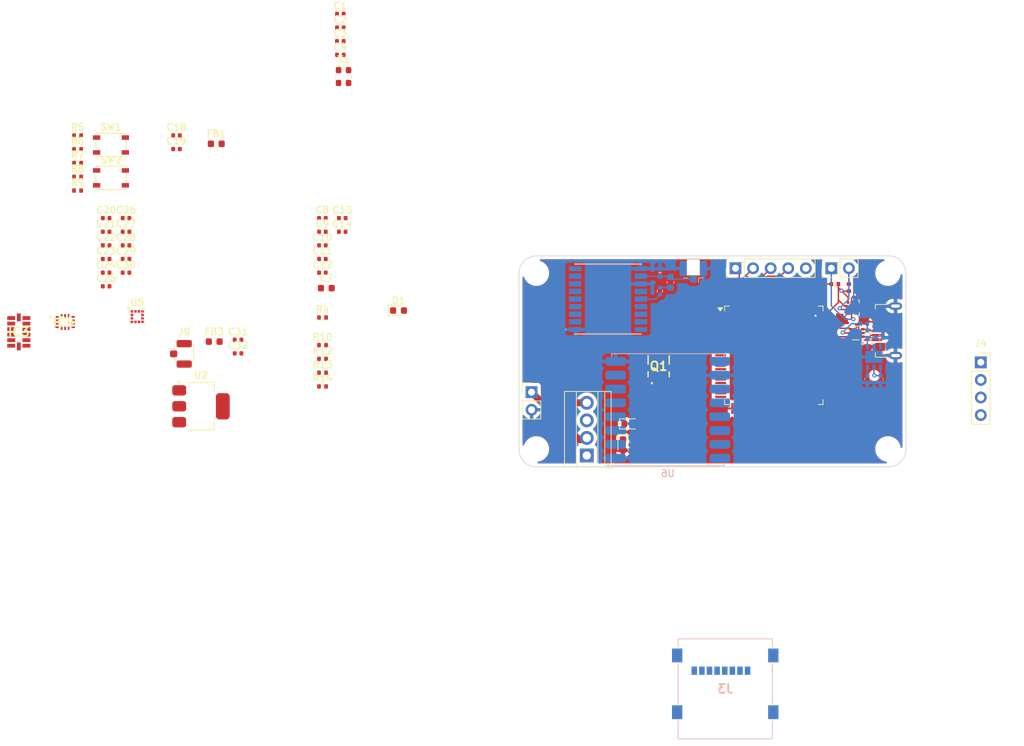
<source format=kicad_pcb>
(kicad_pcb (version 20240108) (generator "pcbnew") (generator_version "8.0")
  (layers (0 "F.Cu" signal) (1 "In1.Cu" signal "In1.PWR") (2 "In2.Cu" signal "In2.GND") (31 "B.Cu" signal) (34 "B.Paste" user) (35 "F.Paste" user) (36 "B.SilkS" user "B.Silkscreen") (37 "F.SilkS" user "F.Silkscreen") (38 "B.Mask" user) (39 "F.Mask" user) (44 "Edge.Cuts" user))
  (net 0 "")
  (net 1 "Net-(C1-Pad1)")
  (net 2 "GND")
  (net 3 "Net-(U1-VDDA)")
  (net 4 "C1_P")
  (net 5 "C1_M")
  (net 6 "C2_M")
  (net 7 "+5V")
  (net 8 "+3.3V")
  (net 9 "Net-(IC1-EN)")
  (net 10 "RST")
  (net 11 "Net-(IC3-VS)")
  (net 12 "Net-(C23-Pad1)")
  (net 13 "Net-(U5-C1)")
  (net 14 "Net-(D1-A)")
  (net 15 "VBUS")
  (net 16 "Net-(IC2-RF_IN)")
  (net 18 "GPS_RST")
  (net 20 "I2C1_SDA")
  (net 21 "I2C1_SCL")
  (net 29 "Net-(IC2-VCC_RF)")
  (net 41 "SERVO_4_PWM")
  (net 42 "SERVO_1_PWM")
  (net 43 "SERVO_2_PWM")
  (net 44 "SERVO_3_PWM")
  (net 45 "SERVO_5_PWM")
  (net 46 "SD_CS")
  (net 49 "SPI1_MOSI")
  (net 52 "SPI1_SCK")
  (net 54 "SPI1_MISO")
  (net 56 "Net-(J4-Pin_2)")
  (net 57 "Net-(J4-Pin_3)")
  (net 58 "Net-(J8-D-)")
  (net 59 "Net-(J8-D+)")
  (net 61 "BOOT0")
  (net 62 "SWDIO")
  (net 63 "SWCLK")
  (net 100 "TELEM_CS")
  (net 102 "USB_DM")
  (net 112 "USB_DP")
  (net 138 "Net-(C32-Pad1)")
  (net 139 "Net-(J9-In)")
  (net 152 "Net-(Q1-G2)")
  (net 154 "Net-(Q1-G1)")
  (net 157 "C1_GATE")
  (net 158 "C2_GATE")
  (net 162 "HSE_BYPASS")
  (footprint "Connector_PinHeader_2.54mm:PinHeader_1x02_P2.54mm_Vertical" (layer "F.Cu") (at 99.314 92.197)
    (property "Reference" "J1" (hide yes))
    (property "Value" "Conn_01x02_Pin" (hide yes))
  )
  (footprint "Connector_PinHeader_2.54mm:PinHeader_1x02_P2.54mm_Vertical" (layer "F.Cu") (at 142.616 74.295 90)
    (property "Reference" "J5" (hide yes))
    (property "Value" "Conn_01x02_Pin" (hide yes))
  )
  (footprint "Resistor_SMD:R_0402_1005Metric" (layer "F.Cu") (at 69.1185 81.41)
    (property "Reference" "R4")
    (property "Value" "220")
  )
  (footprint "Resistor_SMD:R_0402_1005Metric" (layer "F.Cu") (at 33.7285 61.08)
    (property "Reference" "R8")
    (property "Value" "100")
  )
  (footprint "Capacitor_SMD:C_0402_1005Metric" (layer "F.Cu") (at 37.8585 72.96)
    (property "Reference" "C23")
    (property "Value" "10nF")
  )
  (footprint "Package_LGA:ST_HLGA-10_2x2mm_P0.5mm_LayoutBorder3x2y" (layer "F.Cu") (at 145.542 80.01)
    (property "Reference" "U4" (hide yes))
    (property "Value" "LPS22HH" (hide yes))
  )
  (footprint "Capacitor_SMD:C_0402_1005Metric" (layer "F.Cu") (at 56.9085 86.59)
    (property "Reference" "C32")
    (property "Value" "10nF")
  )
  (footprint "Capacitor_SMD:C_0402_1005Metric" (layer "F.Cu") (at 48.0185 55.1)
    (property "Reference" "C18")
    (property "Value" "100nF")
  )
  (footprint "Capacitor_SMD:C_0402_1005Metric" (layer "F.Cu") (at 56.9085 84.62)
    (property "Reference" "C31")
    (property "Value" "10uF")
  )
  (footprint "Capacitor_SMD:C_0402_1005Metric" (layer "F.Cu") (at 40.7285 69.02)
    (property "Reference" "C27")
    (property "Value" "10uF")
  )
  (footprint "Package_TO_SOT_SMD:SOT-223-3_TabPin2" (layer "F.Cu") (at 51.562 94.234)
    (property "Reference" "U2")
    (property "Value" "LD1117S50TR_SOT223")
  )
  (footprint "Resistor_SMD:R_0402_1005Metric" (layer "F.Cu") (at 69.1185 89.38)
    (property "Reference" "R13")
    (property "Value" "10k")
  )
  (footprint "Capacitor_SMD:C_0402_1005Metric" (layer "F.Cu") (at 71.6885 41.49)
    (property "Reference" "C3")
    (property "Value" "1uF")
  )
  (footprint "Capacitor_SMD:C_0402_1005Metric" (layer "F.Cu") (at 37.8585 74.93)
    (property "Reference" "C24")
    (property "Value" "100nF")
  )
  (footprint "Capacitor_SMD:C_0402_1005Metric" (layer "F.Cu") (at 37.8585 67.05)
    (property "Reference" "C20")
    (property "Value" "100nF")
  )
  (footprint "Diode_SMD:D_0603_1608Metric" (layer "F.Cu") (at 112.522 99.7965 -90)
    (property "Reference" "D4" (hide yes))
    (property "Value" "D_Schottky" (hide yes))
  )
  (footprint "Capacitor_SMD:C_0402_1005Metric" (layer "F.Cu") (at 71.6885 43.46)
    (property "Reference" "C4")
    (property "Value" "100nF")
  )
  (footprint "VanguardLib:LSM6DS3USTR" (layer "F.Cu") (at 31.9315 82.065)
    (property "Reference" "IC4")
    (property "Value" "ASM330LHHTR" (hide yes))
  )
  (footprint "MountingHole:MountingHole_3.2mm_M3" (layer "F.Cu") (at 100 75)
    (property "Reference" "H1" (hide yes))
    (property "Value" "GND_1" (hide yes))
  )
  (footprint "Capacitor_SMD:C_0402_1005Metric" (layer "F.Cu") (at 69.0985 69.02)
    (property "Reference" "C9")
    (property "Value" "4.7uF")
  )
  (footprint "Capacitor_SMD:C_0402_1005Metric" (layer "F.Cu") (at 48.0185 57.07)
    (property "Reference" "C19")
    (property "Value" "100nF")
  )
  (footprint "Button_Switch_SMD:SW_SPST_PTS810" (layer "F.Cu") (at 38.5585 61.24)
    (property "Reference" "SW2")
    (property "Value" "SW_Push")
  )
  (footprint "Resistor_SMD:R_0402_1005Metric" (layer "F.Cu") (at 33.7285 55.11)
    (property "Reference" "R5")
    (property "Value" "10k")
  )
  (footprint "Diode_SMD:D_0603_1608Metric" (layer "F.Cu") (at 113.5125 96.774)
    (property "Reference" "D5" (hide yes))
    (property "Value" "D_Schottky" (hide yes))
  )
  (footprint "Capacitor_SMD:C_0402_1005Metric" (layer "F.Cu") (at 40.7285 67.05)
    (property "Reference" "C26")
    (property "Value" "10uF")
  )
  (footprint "Button_Switch_SMD:SW_SPST_PTS810" (layer "F.Cu") (at 38.5585 56.49)
    (property "Reference" "SW1")
    (property "Value" "SW_Push")
  )
  (footprint "Capacitor_SMD:C_0402_1005Metric" (layer "F.Cu") (at 71.6885 37.55)
    (property "Reference" "C1")
    (property "Value" "2.2uF")
  )
  (footprint "Capacitor_SMD:C_0402_1005Metric" (layer "F.Cu") (at 69.0985 67.05)
    (property "Reference" "C8")
    (property "Value" "10uF")
  )
  (footprint "MountingHole:MountingHole_3.2mm_M3" (layer "F.Cu") (at 150.8 100.4)
    (property "Reference" "H4" (hide yes))
    (property "Value" "GND_1" (hide yes))
  )
  (footprint "Capacitor_SMD:C_0402_1005Metric" (layer "F.Cu") (at 40.7285 72.96)
    (property "Reference" "C29")
    (property "Value" "100nF")
  )
  (footprint "Capacitor_SMD:C_0402_1005Metric" (layer "F.Cu") (at 71.6885 39.52)
    (property "Reference" "C2")
    (property "Value" "2.2uF")
  )
  (footprint "Capacitor_SMD:C_0402_1005Metric" (layer "F.Cu") (at 40.7285 70.99)
    (property "Reference" "C28")
    (property "Value" "220nF")
  )
  (footprint "Resistor_SMD:R_0402_1005Metric" (layer "F.Cu") (at 33.7285 57.1)
    (property "Reference" "R6")
    (property "Value" "10k")
  )
  (footprint "Package_QFP:LQFP-100_14x14mm_P0.5mm" (layer "F.Cu") (at 134.311 86.876)
    (property "Reference" "U1" (hide yes))
    (property "Value" "STM32H743VITx" (hide yes))
  )
  (footprint "Capacitor_SMD:C_0402_1005Metric" (layer "F.Cu") (at 69.0985 70.99)
    (property "Reference" "C10")
    (property "Value" "100nF")
  )
  (footprint "Capacitor_SMD:C_0402_1005Metric" (layer "F.Cu") (at 40.7285 74.93)
    (property "Reference" "C30")
    (property "Value" "100nF")
  )
  (footprint "Package_LGA:LGA-12_2x2mm_P0.5mm" (layer "F.Cu") (at 42.3435 81.285)
    (property "Reference" "U5")
    (property "Value" "LSM303C")
  )
  (footprint "Resistor_SMD:R_0402_1005Metric" (layer "F.Cu") (at 33.7285 59.09)
    (property "Reference" "R7")
    (property "Value" "10k")
  )
  (footprint "Resistor_SMD:R_0402_1005Metric" (layer "F.Cu") (at 69.1185 91.37)
    (property "Reference" "R14")
    (property "Value" "10k")
  )
  (footprint "VanguardLib:SI7232DNT1GE3" (layer "F.Cu") (at 117.673 88.451)
    (property "Reference" "Q1")
    (property "Value" "SI7232DN-T1-GE3" (hide yes))
  )
  (footprint "Capacitor_SMD:C_0402_1005Metric" (layer "F.Cu") (at 71.9685 69.02)
    (property "Reference" "C14")
    (property "Value" "100nF")
  )
  (footprint "Capacitor_SMD:C_0402_1005Metric" (layer "F.Cu") (at 37.8585 70.99)
    (property "Reference" "C22")
    (property "Value" "1uF")
  )
  (footprint "Connector_USB:USB_Micro-B_GCT_USB3076-30-A" (layer "F.Cu") (at 150.692 83.331 90)
    (property "Reference" "J8" (hide yes))
    (property "Value" "USB_B_Micro" (hide yes))
  )
  (footprint "Resistor_SMD:R_0402_1005Metric" (layer "F.Cu") (at 143.129 76.581 180)
    (property "Reference" "R2" (hide yes))
    (property "Value" "10k" (hide yes))
  )
  (footprint "Package_TO_SOT_SMD:SOT-666" (layer "F.Cu") (at 146.272 83.6485 180)
    (property "Reference" "U3" (hide yes))
    (property "Value" "USBLC6-2P6" (hide yes))
  )
  (footprint "Capacitor_SMD:C_0603_1608Metric" (layer "F.Cu") (at 53.7685 56.31)
    (property "Reference" "FB1")
    (property "Value" "1k 100MHz")
  )
  (footprint "Capacitor_SMD:C_0402_1005Metric" (layer "F.Cu") (at 71.9685 67.05)
    (property "Reference" "C13")
    (property "Value" "100nF")
  )
  (footprint "Resistor_SMD:R_0402_1005Metric" (layer "F.Cu") (at 69.1185 87.39)
    (property "Reference" "R12")
    (property "Value" "10")
  )
  (footprint "LED_SMD:LED_0603_1608Metric" (layer "F.Cu") (at 80.0985 80.4)
    (property "Reference" "D1")
    (property "Value" "LED")
  )
  (footprint "Connector_PinHeader_2.54mm:PinHeader_1x05_P2.54mm_Vertical" (layer "F.Cu") (at 128.778 74.295 90)
    (property "Reference" "J2" (hide yes))
    (property "Value" "Conn_01x05_Pin" (hide yes))
  )
  (footprint "Connector_PinSocket_2.54mm:PinSocket_1x04_P2.54mm_Vertical" (layer "F.Cu") (at 164.211 87.884)
    (property "Reference" "J4")
    (property "Value" "Conn_01x04_Pin")
  )
  (footprint "Capacitor_SMD:C_0402_1005Metric" (layer "F.Cu") (at 37.8585 69.02)
    (property "Reference" "C21")
    (property "Value" "0.1uF")
  )
  (footprint "Capacitor_SMD:C_0402_1005Metric" (layer "F.Cu") (at 69.0985 72.96)
    (property "Reference" "C11")
    (property "Value" "100nF")
  )
  (footprint "Oscillator:Oscillator_SMD_ECS_2520MV-xxx-xx-4Pin_2.5x2.0mm" (layer "F.Cu") (at 72.1585 46.6)
    (property "Reference" "X1")
    (property "Value" "ECS-2520MV-xxx-xx")
  )
  (footprint "MountingHole:MountingHole_3.2mm_M3" (layer "F.Cu") (at 150.8 75)
    (property "Reference" "H2" (hide yes))
    (property "Value" "GND_1" (hide yes))
  )
  (footprint "Capacitor_SMD:C_0603_1608Metric" (layer "F.Cu") (at 53.4685 84.89)
    (property "Reference" "FB3")
    (property "Value" "1k 100MHz")
  )
  (footprint "Connector_Coaxial:U.FL_Hirose_U.FL-R-SMT-1_Vertical" (layer "F.Cu") (at 48.6585 86.66)
    (property "Reference" "J9")
    (property "Value" "Conn_Coaxial")
  )
  (footprint "TerminalBlock:TerminalBlock_Xinya_XY308-2.54-4P_1x04_P2.54mm_Horizontal" (layer "F.Cu") (at 107.292 101.346 90)
    (property "Reference" "J6" (hide yes))
    (property "Value" "Screw_Terminal_01x04" (hide yes))
  )
  (footprint "VanguardLib:ADXL375BCCZRL" (layer "F.Cu") (at 25.2435 83.485)
    (property "Reference" "IC3")
    (property "Value" "ADXL375BCCZ-RL" (hide yes))
  )
  (footprint "Capacitor_SMD:C_0603_1608Metric" (layer "F.Cu") (at 69.6685 77.17)
    (property "Reference" "C7")
    (property "Value" "10uF")
  )
  (footprint "Resistor_SMD:R_0402_1005Metric" (layer "F.Cu") (at 69.1185 85.4)
    (property "Reference" "R10")
    (property "Value" "10")
  )
  (footprint "MountingHole:MountingHole_3.2mm_M3" (layer "F.Cu") (at 100 100.4)
    (property "Reference" "H3" (hide yes))
    (property "Value" "GND_1" (hide yes))
  )
  (footprint "Resistor_SMD:R_0402_1005Metric" (layer "F.Cu") (at 33.7285 63.07)
    (property "Reference" "R9")
    (property "Value" "100")
  )
  (footprint "Capacitor_SMD:C_0402_1005Metric" (layer "F.Cu") (at 69.0985 74.93)
    (property "Reference" "C12")
    (property "Value" "100nF")
  )
  (footprint "Resistor_SMD:R_0402_1005Metric" (layer "F.Cu") (at 145.161 77.089 90)
    (property "Reference" "R1" (hide yes))
    (property "Value" "10k" (hide yes))
  )
  (footprint "Capacitor_SMD:C_0402_1005Metric" (layer "F.Cu") (at 37.8585 76.9)
    (property "Reference" "C25")
    (property "Value" "100nF")
  )
  (footprint "Resistor_SMD:R_0402_1005Metric" (layer "B.Cu") (at 147.828 83.82 -90)
    (property "Reference" "R3" (hide yes))
    (property "Value" "10k" (hide yes))
  )
  (footprint "VanguardLib:DIONC1005X43N" (layer "B.Cu") (at 117.856 74.93 -90)
    (property "Reference" "D3" (hide yes))
    (property "Value" "PESD0402-140" (hide yes))
  )
  (footprint "RF_Module:HOPERF_RFM9XW_SMD" (layer "B.Cu") (at 118.999 94.742)
    (property "Reference" "U6")
    (property "Value" "RFM95W-915S2")
  )
  (footprint "VanguardLib:SON95P300X300X100-7N-D" (layer "B.Cu") (at 148.778 87.098 -90)
    (property "Reference" "IC1" (hide yes))
    (property "Value" "ST1L05CPU33R" (hide yes))
  )
  (footprint "Capacitor_SMD:C_0402_1005Metric" (layer "B.Cu") (at 149.733 90.297 -90)
    (property "Reference" "C16" (hide yes))
    (property "Value" "4.7uF" (hide yes))
  )
  (footprint "Capacitor_SMD:C_0402_1005Metric" (layer "B.Cu") (at 149.606 84.328)
    (property "Reference" "C15" (hide yes))
    (property "Value" "100nF" (hide yes))
  )
  (footprint "Connector_Coaxial:U.FL_Hirose_U.FL-R-SMT-1_Vertical" (layer "B.Cu") (at 122.682 74.803 90)
    (property "Reference" "J7" (hide yes))
    (property "Value" "Conn_Coaxial" (hide yes))
  )
  (footprint "Capacitor_SMD:C_0402_1005Metric" (layer "B.Cu") (at 147.828 90.297 -90)
    (property "Reference" "C17" (hide yes))
    (property "Value" "4.7uF" (hide yes))
  )
  (footprint "VanguardLib:MAXM10S00B" (layer "B.Cu") (at 110.363 78.74 180)
    (property "Reference" "IC2" (hide yes))
    (property "Value" "MAX-M10S-00B" (hide yes))
  )
  (footprint "Diode_SMD:D_0402_1005Metric" (layer "B.Cu") (at 147.32 82.296 180)
    (property "Reference" "D2" (hide yes))
    (property "Value" "D_Schottky" (hide yes))
  )
  (footprint "VanguardLib:MEM20670218000A" (layer "B.Cu") (at 127.294 130.23)
    (property "Reference" "J3")
    (property "Value" "MEM2067-02-180-00-A" (hide yes))
  )
  (footprint "Capacitor_SMD:C_0603_1608Metric" (layer "B.Cu") (at 119.38 76.327 -90)
    (property "Reference" "FB2" (hide yes))
    (property "Value" "1k 100MHz" (hide yes))
  )
  (footprint "Resistor_SMD:R_0402_1005Metric" (layer "B.Cu") (at 117.856 77.597 -90)
    (property "Reference" "R11" (hide yes))
    (property "Value" "10" (hide yes))
  )
  (gr_arc (start 153.38 100.48) (mid 152.647767 102.247767) (end 150.88 102.98) (stroke (width 0.1)) (layer "Edge.Cuts"))
  (gr_line (start 97.5 100.48) (end 97.5 75) (stroke (width 0.1)) (layer "Edge.Cuts"))
  (gr_arc (start 97.5 75) (mid 98.232233 73.232233) (end 100 72.5) (stroke (width 0.1)) (layer "Edge.Cuts"))
  (gr_line (start 100 72.5) (end 150.88 72.5) (stroke (width 0.1)) (layer "Edge.Cuts"))
  (gr_line (start 153.38 75) (end 153.38 100.48) (stroke (width 0.1)) (layer "Edge.Cuts"))
  (gr_arc (start 100 102.98) (mid 98.232233 102.247767) (end 97.5 100.48) (stroke (width 0.1)) (layer "Edge.Cuts"))
  (gr_arc (start 150.88 72.5) (mid 152.647767 73.232233) (end 153.38 75) (stroke (width 0.1)) (layer "Edge.Cuts"))
  (gr_line (start 150.88 102.98) (end 100 102.98) (stroke (width 0.1)) (layer "Edge.Cuts"))
  (segment (start 145.542 79.2475) (end 145.542 78.613) (width 0.2) (layer "F.Cu") (net 2))
  (segment (start 140.558 81.376) (end 140.335 81.153) (width 0.2) (layer "F.Cu") (net 2))
  (segment (start 147.25 82.031) (end 149.242 82.031) (width 0.2) (layer "F.Cu") (net 2))
  (segment (start 146.850054 83.6485) (end 146.572 83.370446) (width 0.2) (layer "F.Cu") (net 2))
  (segment (start 147.197 83.6485) (end 146.850054 83.6485) (width 0.2) (layer "F.Cu") (net 2))
  (segment (start 144.4385 81.376) (end 141.986 81.376) (width 0.2) (layer "F.Cu") (net 2))
  (segment (start 146.042 78.113) (end 146.042 79.2475) (width 0.2) (layer "F.Cu") (net 2))
  (segment (start 145.042 80.7725) (end 144.4385 81.376) (width 0.2) (layer "F.Cu") (net 2))
  (segment (start 141.986 81.376) (end 140.558 81.376) (width 0.2) (layer "F.Cu") (net 2))
  (segment (start 145.542 78.613) (end 146.042 78.113) (width 0.2) (layer "F.Cu") (net 2))
  (segment (start 146.572 82.709) (end 147.25 82.031) (width 0.2) (layer "F.Cu") (net 2))
  (segment (start 146.572 83.370446) (end 146.572 82.709) (width 0.2) (layer "F.Cu") (net 2))
  (via (at 140.335 81.153) (size 0.6) (drill 0.3) (layers "F.Cu" "B.Cu") (net 2))
  (via (at 146.042 78.113) (size 0.6) (drill 0.3) (layers "F.Cu" "B.Cu") (net 2))
  (segment (start 106.172 99.06) (end 99.314 92.202) (width 1) (layer "F.Cu") (net 4))
  (segment (start 99.314 92.202) (end 99.314 92.197) (width 1) (layer "F.Cu") (net 4))
  (segment (start 107.292 93.726) (end 101.092 93.726) (width 1) (layer "F.Cu") (net 4))
  (segment (start 107.038 99.06) (end 106.172 99.06) (width 1) (layer "F.Cu") (net 4))
  (segment (start 101.092 93.726) (end 100.9675 93.8505) (width 1) (layer "F.Cu") (net 4))
  (segment (start 107.292 98.806) (end 107.038 99.06) (width 1) (layer "F.Cu") (net 4))
  (segment (start 147.828 89.817) (end 147.828 88.598) (width 0.2) (layer "B.Cu") (net 7))
  (segment (start 147.805 82.296) (end 147.805 83.287) (width 0.2) (layer "B.Cu") (net 7))
  (segment (start 147.805 83.287) (end 147.828 83.31) (width 0.2) (layer "B.Cu") (net 7))
  (segment (start 144.147 77.599) (end 144.0815 77.5335) (width 0.2) (layer "F.Cu") (net 8))
  (segment (start 144.7795 79.76) (end 144.53 79.76) (width 0.2) (layer "F.Cu") (net 8))
  (segment (start 143.639 79.223) (end 143.639 78.869) (width 0.2) (layer "F.Cu") (net 8))
  (segment (start 145.161 77.599) (end 144.147 77.599) (width 0.2) (layer "F.Cu") (net 8))
  (segment (start 146.3045 80.26) (end 145.542432 80.26) (width 0.2) (layer "F.Cu") (net 8))
  (segment (start 145.542432 80.26) (end 145.042432 79.76) (width 0.2) (layer "F.Cu") (net 8))
  (segment (start 141.986 80.876) (end 143.639 79.223) (width 0.2) (layer "F.Cu") (net 8))
  (segment (start 145.042 78.494) (end 144.0815 77.5335) (width 0.2) (layer "F.Cu") (net 8))
  (segment (start 143.639 78.869) (end 143.639 77.091) (width 0.2) (layer "F.Cu") (net 8))
  (segment (start 145.042 79.2475) (end 145.042 78.494) (width 0.2) (layer "F.Cu") (net 8))
  (segment (start 145.042432 79.76) (end 144.7795 79.76) (width 0.2) (layer "F.Cu") (net 8))
  (segment (start 144.0815 77.5335) (end 143.639 77.091) (width 0.2) (layer "F.Cu") (net 8))
  (segment (start 144.53 79.76) (end 143.639 78.869) (width 0.2) (layer "F.Cu") (net 8))
  (segment (start 143.639 77.091) (end 143.639 76.581) (width 0.2) (layer "F.Cu") (net 8))
  (via (at 144.0815 77.5335) (size 0.6) (drill 0.3) (layers "F.Cu" "B.Cu") (net 8))
  (via (at 148.844 89.789) (size 0.6) (drill 0.3) (layers "F.Cu" "B.Cu") (net 8))
  (segment (start 148.844 89.789) (end 148.778 89.723) (width 0.2) (layer "B.Cu") (net 8))
  (segment (start 149.761 89.789) (end 149.761 88.631) (width 0.2) (layer "B.Cu") (net 8))
  (segment (start 149.761 88.631) (end 149.728 88.598) (width 0.2) (layer "B.Cu") (net 8))
  (segment (start 148.844 89.789) (end 149.761 89.789) (width 0.2) (layer "B.Cu") (net 8))
  (segment (start 148.778 89.723) (end 148.778 88.598) (width 0.2) (layer "B.Cu") (net 8))
  (segment (start 149.124 84.33) (end 149.126 84.328) (width 0.2) (layer "B.Cu") (net 9))
  (segment (start 147.828 84.33) (end 147.828 85.598) (width 0.2) (layer "B.Cu") (net 9))
  (segment (start 147.828 84.33) (end 149.124 84.33) (width 0.2) (layer "B.Cu") (net 9))
  (segment (start 117.871 77.102) (end 117.856 77.087) (width 0.2) (layer "B.Cu") (net 12))
  (segment (start 119.38 77.102) (end 117.871 77.102) (width 0.2) (layer "B.Cu") (net 12))
  (segment (start 145.775054 83.6485) (end 145.347 83.6485) (width 0.2) (layer "F.Cu") (net 15))
  (segment (start 149.1995 84.6735) (end 146.800054 84.6735) (width 0.2) (layer "F.Cu") (net 15))
  (segment (start 144.3545 83.6485) (end 144.272 83.566) (width 0.2) (layer "F.Cu") (net 15))
  (segment (start 149.242 84.631) (end 149.1995 84.6735) (width 0.2) (layer "F.Cu") (net 15))
  (segment (start 146.800054 84.6735) (end 145.775054 83.6485) (width 0.2) (layer "F.Cu") (net 15))
  (segment (start 145.347 83.6485) (end 144.3545 83.6485) (width 0.2) (layer "F.Cu") (net 15))
  (via (at 144.272 83.566) (size 0.6) (drill 0.3) (layers "F.Cu" "B.Cu") (net 15))
  (segment (start 144.272 83.566) (end 145.542 82.296) (width 0.2) (layer "B.Cu") (net 15))
  (segment (start 145.542 82.296) (end 146.835 82.296) (width 0.2) (layer "B.Cu") (net 15))
  (segment (start 117.856 75.48) (end 119.325 75.48) (width 0.2) (layer "B.Cu") (net 16))
  (segment (start 119.38 75.552) (end 119.681 75.853) (width 0.2) (layer "B.Cu") (net 16))
  (segment (start 119.325 75.48) (end 119.367 75.438) (width 0.2) (layer "B.Cu") (net 16))
  (segment (start 119.681 75.853) (end 122.682 75.853) (width 0.2) (layer "B.Cu") (net 16))
  (segment (start 117.816 75.44) (end 117.856 75.48) (width 0.2) (layer "B.Cu") (net 16))
  (segment (start 115.113 75.44) (end 117.816 75.44) (width 0.2) (layer "B.Cu") (net 16))
  (segment (start 145.542 80.7725) (end 145.542 81.407) (width 0.2) (layer "F.Cu") (net 20))
  (segment (start 145.542 81.407) (end 145.796 81.661) (width 0.2) (layer "F.Cu") (net 20))
  (segment (start 142.621 74.3) (end 142.616 74.295) (width 0.2) (layer "F.Cu") (net 20))
  (segment (start 142.621 76.581) (end 142.621 74.3) (width 0.2) (layer "F.Cu") (net 20))
  (segment (start 142.619 76.581) (end 133.59859 76.581) (width 0.2) (layer "F.Cu") (net 20))
  (segment (start 131.811 78.36859) (end 131.811 79.201) (width 0.2) (layer "F.Cu") (net 20))
  (segment (start 133.59859 76.581) (end 131.811 78.36859) (width 0.2) (layer "F.Cu") (net 20))
  (via (at 145.796 81.661) (size 0.6) (drill 0.3) (layers "F.Cu" "B.Cu") (net 20))
  (segment (start 145.796 81.661) (end 144.566471 81.661) (width 0.2) (layer "B.Cu") (net 20))
  (segment (start 142.616 79.710529) (end 142.616 74.295) (width 0.2) (layer "B.Cu") (net 20))
  (segment (start 144.566471 81.661) (end 142.616 79.710529) (width 0.2) (layer "B.Cu") (net 20))
  (segment (start 144.014 80.26) (end 143.8275 80.0735) (width 0.2) (layer "F.Cu") (net 21))
  (segment (start 145.161 74.3) (end 145.156 74.295) (width 0.2) (layer "F.Cu") (net 21))
  (segment (start 145.161 76.579) (end 145.161 74.3) (width 0.2) (layer "F.Cu") (net 21))
  (segment (start 144.7795 80.26) (end 144.014 80.26) (width 0.2) (layer "F.Cu") (net 21))
  (segment (start 143.8275 80.0735) (end 143.764 80.01) (width 0.2) (layer "F.Cu") (net 21))
  (via (at 143.8275 80.0735) (size 0.6) (drill 0.3) (layers "F.Cu" "B.Cu") (net 21))
  (segment (start 143.8275 80.0735) (end 145.156 78.745) (width 0.2) (layer "B.Cu") (net 21))
  (segment (start 145.156 78.745) (end 145.156 74.295) (width 0.2) (layer "B.Cu") (net 21))
  (segment (start 117.856 78.107) (end 117.223 78.74) (width 0.2) (layer "B.Cu") (net 29))
  (segment (start 117.223 78.74) (end 115.113 78.74) (width 0.2) (layer "B.Cu") (net 29))
  (segment (start 130.811 79.201) (end 130.811 78.015654) (width 0.2) (layer "F.Cu") (net 41))
  (segment (start 133.381654 75.445) (end 135.248 75.445) (width 0.2) (layer "F.Cu") (net 41))
  (segment (start 135.248 75.445) (end 136.398 74.295) (width 0.2) (layer "F.Cu") (net 41))
  (segment (start 130.811 78.015654) (end 133.381654 75.445) (width 0.2) (layer "F.Cu") (net 41))
  (segment (start 129.311 74.828) (end 129.311 79.201) (width 0.2) (layer "F.Cu") (net 42))
  (segment (start 128.778 74.295) (end 129.311 74.828) (width 0.2) (layer "F.Cu") (net 42))
  (segment (start 129.811 75.802) (end 131.318 74.295) (width 0.2) (layer "F.Cu") (net 43))
  (segment (start 129.811 79.201) (end 129.811 75.802) (width 0.2) (layer "F.Cu") (net 43))
  (segment (start 130.311 79.201) (end 130.311 77.842) (width 0.2) (layer "F.Cu") (net 44))
  (segment (start 130.311 77.842) (end 133.858 74.295) (width 0.2) (layer "F.Cu") (net 44))
  (segment (start 149.242 83.981) (end 148.342 83.981) (width 0.2) (layer "F.Cu") (net 58))
  (segment (start 148.137 84.186) (end 147.122 84.186) (width 0.2) (layer "F.Cu") (net 58))
  (segment (start 148.342 83.981) (end 148.137 84.186) (width 0.2) (layer "F.Cu") (net 58))
  (segment (start 148.122 83.111) (end 147.122 83.111) (width 0.2) (layer "F.Cu") (net 59))
  (segment (start 149.242 83.331) (end 148.342 83.331) (width 0.2) (layer "F.Cu") (net 59))
  (segment (start 148.342 83.331) (end 148.122 83.111) (width 0.2) (layer "F.Cu") (net 59))
  (segment (start 145.422 84.186) (end 143.62841 84.186) (width 0.2) (layer "F.Cu") (net 102))
  (segment (start 142.81841 83.376) (end 141.986 83.376) (width 0.2) (layer "F.Cu") (net 102))
  (segment (start 143.62841 84.186) (end 142.81841 83.376) (width 0.2) (layer "F.Cu") (net 102))
  (segment (start 145.277 82.966) (end 143.856 82.966) (width 0.2) (layer "F.Cu") (net 112))
  (segment (start 143.766 82.876) (end 141.986 82.876) (width 0.2) (layer "F.Cu") (net 112))
  (segment (start 143.856 82.966) (end 143.766 82.876) (width 0.2) (layer "F.Cu") (net 112))
  (segment (start 145.422 83.111) (end 145.277 82.966) (width 0.2) (layer "F.Cu") (net 112))
  (zone (net 2) (net_name "GND") (layer "F.Cu") (priority 1) (connect_pads (clearance 0.5)) (min_thickness 0.25) (fill yes (thermal_gap 0.5) (thermal_bridge_width 0.5))
    (polygon (pts (xy 93.98 68.58) (xy 157.48 68.58) (xy 157.48 106.68) (xy 93.98 106.68)))
  )
  (zone (net 2) (net_name "GND") (layer "B.Cu") (connect_pads (clearance 0.5)) (min_thickness 0.25) (fill yes (thermal_gap 0.5) (thermal_bridge_width 0.5))
    (polygon (pts (xy 93.98 68.58) (xy 157.48 68.58) (xy 157.48 106.68) (xy 93.98 106.68)))
  )
)
</source>
